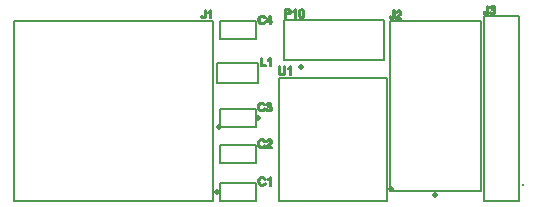
<source format=gto>
%FSLAX33Y33*%
%MOMM*%
%ADD10C,0.15*%
%ADD11C,0.2032*%
%ADD12C,0.5*%
%ADD13C,0.25*%
%ADD14C,0.5*%
%ADD15C,0.5*%
%ADD16C,0.5*%
D10*
%LNtop silkscreen_traces*%
%LNtop silkscreen component d42eb884927d70f7*%
G01*
X14206Y14427D02*
X14206Y17817D01*
X14206Y14427D02*
X22676Y14427D01*
X22676Y17817*
X14206Y17817*
D11*
X14343Y18276D02*
X14343Y18276D01*
X14343Y18277*
X14527Y18277*
X14597Y18280*
X14655Y18292*
X14702Y18312*
X14736Y18340*
X14762Y18373*
X14780Y18410*
X14791Y18450*
X14794Y18494*
X14793Y18520*
X14789Y18545*
X14782Y18569*
X14773Y18591*
X14761Y18612*
X14747Y18631*
X14732Y18647*
X14715Y18660*
X14697Y18671*
X14676Y18681*
X14652Y18688*
X14627Y18693*
X14606Y18696*
X14581Y18699*
X14552Y18700*
X14518Y18700*
X14249Y18700*
X14249Y17986*
X14343Y17986*
X14343Y18276*
X14343Y18360D02*
X14343Y18360D01*
X14528Y18360*
X14571Y18363*
X14607Y18369*
X14636Y18380*
X14659Y18395*
X14675Y18413*
X14688Y18436*
X14695Y18462*
X14697Y18491*
X14696Y18513*
X14691Y18533*
X14684Y18551*
X14674Y18568*
X14662Y18582*
X14648Y18594*
X14632Y18604*
X14615Y18610*
X14600Y18613*
X14581Y18615*
X14556Y18616*
X14526Y18616*
X14343Y18616*
X14343Y18360*
X15210Y18703D02*
X15210Y18703D01*
X15154Y18703*
X15141Y18680*
X15141Y18680*
X15124Y18656*
X15124Y18656*
X15102Y18632*
X15102Y18632*
X15076Y18608*
X15076Y18608*
X15048Y18584*
X15048Y18584*
X15017Y18562*
X15017Y18562*
X14983Y18542*
X14983Y18542*
X14948Y18524*
X14948Y18440*
X14968Y18448*
X14991Y18458*
X15014Y18471*
X15039Y18485*
X15064Y18500*
X15086Y18515*
X15106Y18530*
X15123Y18546*
X15123Y18545*
X15123Y17986*
X15210Y17986*
X15210Y18703*
X15707Y17976D02*
X15707Y17976D01*
X15741Y17984*
X15772Y17997*
X15799Y18015*
X15823Y18039*
X15844Y18066*
X15862Y18098*
X15876Y18135*
X15888Y18176*
X15896Y18224*
X15901Y18278*
X15902Y18338*
X15901Y18388*
X15898Y18433*
X15893Y18473*
X15886Y18507*
X15877Y18537*
X15867Y18565*
X15855Y18590*
X15842Y18613*
X15827Y18634*
X15810Y18652*
X15791Y18667*
X15770Y18680*
X15748Y18690*
X15723Y18697*
X15697Y18702*
X15669Y18703*
X15632Y18701*
X15598Y18693*
X15567Y18680*
X15540Y18661*
X15516Y18638*
X15495Y18611*
X15477Y18579*
X15463Y18542*
X15451Y18500*
X15443Y18453*
X15438Y18398*
X15436Y18338*
X15441Y18244*
X15454Y18165*
X15476Y18099*
X15507Y18047*
X15539Y18015*
X15577Y17992*
X15620Y17978*
X15669Y17973*
X15707Y17976*
X15526Y18338D02*
X15526Y18338D01*
X15529Y18257*
X15537Y18191*
X15549Y18140*
X15568Y18103*
X15589Y18078*
X15614Y18060*
X15640Y18049*
X15669Y18045*
X15698Y18049*
X15725Y18060*
X15749Y18078*
X15771Y18104*
X15789Y18140*
X15802Y18192*
X15810Y18257*
X15812Y18338*
X15810Y18419*
X15802Y18485*
X15789Y18536*
X15771Y18573*
X15749Y18598*
X15725Y18616*
X15698Y18627*
X15668Y18631*
X15640Y18628*
X15614Y18618*
X15591Y18602*
X15572Y18580*
X15552Y18540*
X15538Y18487*
X15529Y18419*
X15526Y18338*
D12*
X15651Y13852D03*
%LNtop silkscreen component 88a1b529ef9425af*%
D10*
X34051Y18121D02*
X34051Y2479D01*
X31149Y2479*
X31149Y18121*
X34051Y18121*
D11*
X31326Y18289D02*
X31326Y18289D01*
X31354Y18294*
X31381Y18302*
X31405Y18314*
X31427Y18328*
X31446Y18345*
X31462Y18365*
X31474Y18389*
X31483Y18416*
X31490Y18448*
X31494Y18485*
X31496Y18528*
X31496Y19015*
X31402Y19015*
X31402Y18522*
X31402Y18522*
X31401Y18493*
X31401Y18493*
X31400Y18469*
X31399Y18469*
X31396Y18449*
X31396Y18449*
X31392Y18432*
X31392Y18432*
X31386Y18419*
X31386Y18419*
X31378Y18407*
X31378Y18407*
X31368Y18397*
X31368Y18397*
X31356Y18388*
X31356Y18388*
X31343Y18381*
X31343Y18381*
X31328Y18375*
X31328Y18375*
X31312Y18372*
X31312Y18372*
X31295Y18371*
X31294Y18371*
X31272Y18373*
X31272Y18373*
X31251Y18379*
X31251Y18379*
X31234Y18388*
X31233Y18388*
X31218Y18402*
X31218Y18402*
X31206Y18420*
X31206Y18420*
X31197Y18445*
X31197Y18445*
X31191Y18476*
X31191Y18477*
X31188Y18514*
X31103Y18502*
X31105Y18453*
X31114Y18409*
X31129Y18372*
X31151Y18342*
X31179Y18318*
X31212Y18301*
X31251Y18291*
X31295Y18288*
X31326Y18289*
X31893Y18291D02*
X31893Y18291D01*
X31939Y18304*
X31980Y18324*
X32016Y18352*
X32046Y18387*
X32067Y18425*
X32080Y18466*
X32084Y18511*
X32082Y18544*
X32075Y18574*
X32064Y18602*
X32049Y18626*
X32030Y18647*
X32007Y18664*
X31981Y18677*
X31950Y18687*
X31950Y18687*
X31973Y18700*
X31993Y18714*
X32010Y18730*
X32024Y18748*
X32035Y18768*
X32043Y18788*
X32047Y18810*
X32049Y18832*
X32047Y18856*
X32042Y18880*
X32034Y18902*
X32023Y18924*
X32008Y18945*
X31991Y18963*
X31971Y18979*
X31948Y18993*
X31922Y19004*
X31896Y19011*
X31869Y19016*
X31840Y19018*
X31799Y19015*
X31762Y19006*
X31728Y18990*
X31698Y18969*
X31672Y18943*
X31651Y18911*
X31636Y18874*
X31625Y18833*
X31712Y18818*
X31718Y18847*
X31718Y18847*
X31728Y18874*
X31728Y18874*
X31740Y18896*
X31740Y18896*
X31756Y18914*
X31756Y18914*
X31774Y18928*
X31774Y18928*
X31795Y18938*
X31795Y18938*
X31817Y18944*
X31817Y18944*
X31842Y18947*
X31842Y18947*
X31867Y18945*
X31867Y18945*
X31889Y18939*
X31889Y18939*
X31909Y18929*
X31909Y18929*
X31927Y18915*
X31927Y18915*
X31941Y18898*
X31941Y18898*
X31951Y18879*
X31951Y18879*
X31958Y18857*
X31958Y18857*
X31960Y18834*
X31960Y18834*
X31957Y18806*
X31957Y18806*
X31948Y18781*
X31948Y18781*
X31934Y18760*
X31934Y18760*
X31914Y18743*
X31914Y18743*
X31891Y18731*
X31891Y18731*
X31867Y18721*
X31867Y18721*
X31841Y18716*
X31841Y18716*
X31813Y18714*
X31813Y18714*
X31810Y18714*
X31810Y18714*
X31807Y18714*
X31807Y18714*
X31803Y18715*
X31803Y18715*
X31799Y18715*
X31790Y18639*
X31807Y18643*
X31807Y18643*
X31823Y18646*
X31823Y18646*
X31838Y18648*
X31838Y18648*
X31851Y18649*
X31851Y18649*
X31880Y18646*
X31880Y18646*
X31907Y18639*
X31907Y18639*
X31931Y18626*
X31931Y18626*
X31952Y18609*
X31952Y18609*
X31969Y18588*
X31970Y18588*
X31982Y18564*
X31982Y18564*
X31989Y18538*
X31989Y18538*
X31992Y18509*
X31992Y18509*
X31989Y18478*
X31989Y18478*
X31981Y18450*
X31981Y18450*
X31968Y18425*
X31968Y18425*
X31949Y18402*
X31949Y18402*
X31926Y18383*
X31926Y18383*
X31901Y18370*
X31901Y18370*
X31874Y18362*
X31874Y18362*
X31844Y18359*
X31844Y18359*
X31819Y18361*
X31819Y18361*
X31795Y18367*
X31795Y18367*
X31774Y18378*
X31774Y18378*
X31755Y18392*
X31755Y18392*
X31738Y18411*
X31738Y18411*
X31724Y18436*
X31724Y18436*
X31712Y18465*
X31712Y18465*
X31703Y18500*
X31616Y18488*
X31624Y18446*
X31638Y18408*
X31659Y18373*
X31687Y18343*
X31720Y18319*
X31757Y18301*
X31798Y18291*
X31843Y18287*
X31893Y18291*
D13*
X34400Y3800D03*
%LNtop silkscreen component da4715df17963b43*%
D10*
X8475Y12422D02*
X8475Y14142D01*
X11955Y14142*
X11955Y12422*
X8475Y12422*
D11*
X12655Y13984D02*
X12655Y13984D01*
X12303Y13984*
X12303Y13984*
X12303Y14615*
X12209Y14615*
X12209Y13901*
X12655Y13901*
X12655Y13984*
X13064Y14618D02*
X13064Y14618D01*
X13008Y14618*
X12994Y14595*
X12994Y14595*
X12977Y14571*
X12977Y14571*
X12955Y14547*
X12955Y14547*
X12930Y14523*
X12930Y14523*
X12901Y14499*
X12901Y14499*
X12870Y14477*
X12870Y14477*
X12836Y14457*
X12836Y14457*
X12801Y14439*
X12801Y14355*
X12821Y14363*
X12844Y14373*
X12868Y14386*
X12893Y14400*
X12917Y14415*
X12939Y14430*
X12959Y14445*
X12976Y14461*
X12977Y14460*
X12977Y13901*
X13064Y13901*
X13064Y14618*
%LNtop silkscreen component be73e84ce829f6fc*%
D10*
X-8700Y17745D02*
X8200Y17745D01*
X8200Y2455*
X-8700Y2455*
X-8700Y17745*
D11*
X7407Y17940D02*
X7407Y17940D01*
X7435Y17945*
X7462Y17953*
X7487Y17964*
X7508Y17978*
X7527Y17996*
X7543Y18016*
X7555Y18039*
X7565Y18066*
X7571Y18098*
X7575Y18136*
X7577Y18178*
X7577Y18665*
X7483Y18665*
X7483Y18173*
X7483Y18173*
X7483Y18144*
X7483Y18144*
X7481Y18119*
X7481Y18119*
X7478Y18099*
X7478Y18099*
X7473Y18083*
X7473Y18083*
X7467Y18070*
X7467Y18069*
X7459Y18058*
X7459Y18058*
X7450Y18047*
X7449Y18047*
X7438Y18038*
X7437Y18038*
X7424Y18031*
X7424Y18031*
X7409Y18026*
X7409Y18026*
X7393Y18023*
X7393Y18023*
X7376Y18022*
X7376Y18022*
X7353Y18024*
X7353Y18024*
X7332Y18029*
X7332Y18029*
X7315Y18039*
X7315Y18039*
X7300Y18052*
X7300Y18052*
X7287Y18071*
X7287Y18071*
X7278Y18096*
X7278Y18096*
X7272Y18127*
X7272Y18127*
X7269Y18164*
X7184Y18153*
X7187Y18103*
X7195Y18060*
X7211Y18023*
X7232Y17992*
X7260Y17969*
X7293Y17952*
X7332Y17942*
X7376Y17938*
X7407Y17940*
X8027Y18668D02*
X8027Y18668D01*
X7971Y18668*
X7958Y18645*
X7958Y18645*
X7940Y18621*
X7940Y18621*
X7919Y18597*
X7919Y18597*
X7893Y18573*
X7893Y18573*
X7864Y18549*
X7864Y18549*
X7833Y18527*
X7833Y18527*
X7800Y18507*
X7800Y18507*
X7764Y18489*
X7764Y18405*
X7785Y18413*
X7807Y18423*
X7831Y18436*
X7856Y18450*
X7881Y18465*
X7903Y18480*
X7922Y18495*
X7940Y18511*
X7940Y18510*
X7940Y17951*
X8027Y17951*
X8027Y18668*
D14*
X8700Y8720D03*
%LNtop silkscreen component c67acca82e982272*%
D10*
X11775Y10260D02*
X11775Y8760D01*
X8754Y8760*
X8754Y10260*
X11775Y10260*
D11*
X12365Y10067D02*
X12365Y10067D01*
X12415Y10079*
X12460Y10098*
X12501Y10124*
X12536Y10159*
X12566Y10199*
X12590Y10247*
X12607Y10302*
X12514Y10325*
X12502Y10283*
X12502Y10283*
X12485Y10247*
X12485Y10246*
X12464Y10215*
X12464Y10215*
X12439Y10189*
X12439Y10189*
X12410Y10169*
X12410Y10169*
X12378Y10155*
X12378Y10155*
X12342Y10146*
X12342Y10146*
X12304Y10143*
X12304Y10143*
X12272Y10145*
X12272Y10145*
X12241Y10152*
X12241Y10152*
X12211Y10162*
X12211Y10162*
X12182Y10177*
X12182Y10177*
X12156Y10196*
X12156Y10196*
X12133Y10219*
X12133Y10220*
X12114Y10247*
X12114Y10247*
X12099Y10279*
X12099Y10279*
X12087Y10315*
X12087Y10315*
X12079Y10353*
X12079Y10353*
X12074Y10395*
X12074Y10395*
X12072Y10439*
X12072Y10439*
X12074Y10474*
X12074Y10474*
X12078Y10509*
X12078Y10509*
X12085Y10543*
X12085Y10543*
X12095Y10576*
X12095Y10576*
X12108Y10608*
X12108Y10608*
X12126Y10636*
X12126Y10636*
X12147Y10661*
X12147Y10661*
X12173Y10683*
X12173Y10683*
X12202Y10700*
X12202Y10700*
X12235Y10713*
X12235Y10713*
X12272Y10720*
X12272Y10720*
X12311Y10722*
X12311Y10722*
X12346Y10720*
X12346Y10720*
X12377Y10714*
X12377Y10714*
X12405Y10702*
X12405Y10702*
X12431Y10687*
X12431Y10687*
X12453Y10666*
X12453Y10666*
X12473Y10640*
X12473Y10640*
X12489Y10609*
X12489Y10609*
X12503Y10573*
X12595Y10595*
X12578Y10641*
X12556Y10682*
X12527Y10718*
X12494Y10748*
X12455Y10772*
X12412Y10789*
X12365Y10799*
X12313Y10803*
X12267Y10800*
X12223Y10792*
X12180Y10778*
X12140Y10759*
X12103Y10735*
X12070Y10706*
X12042Y10672*
X12018Y10633*
X12000Y10590*
X11986Y10543*
X11978Y10492*
X11976Y10438*
X11978Y10388*
X11985Y10339*
X11997Y10292*
X12014Y10247*
X12035Y10205*
X12060Y10168*
X12090Y10136*
X12124Y10110*
X12163Y10090*
X12207Y10075*
X12257Y10066*
X12312Y10063*
X12365Y10067*
X12967Y10067D02*
X12967Y10067D01*
X13012Y10079*
X13053Y10099*
X13090Y10128*
X13120Y10162*
X13141Y10200*
X13154Y10241*
X13158Y10286*
X13156Y10320*
X13149Y10350*
X13138Y10377*
X13123Y10402*
X13104Y10423*
X13081Y10440*
X13054Y10453*
X13024Y10462*
X13024Y10463*
X13047Y10475*
X13067Y10489*
X13084Y10506*
X13098Y10524*
X13109Y10543*
X13117Y10564*
X13121Y10585*
X13123Y10608*
X13121Y10632*
X13116Y10655*
X13108Y10678*
X13097Y10700*
X13082Y10720*
X13065Y10739*
X13045Y10754*
X13021Y10768*
X12996Y10779*
X12970Y10787*
X12942Y10792*
X12914Y10793*
X12873Y10790*
X12836Y10781*
X12802Y10766*
X12772Y10745*
X12746Y10718*
X12725Y10686*
X12710Y10650*
X12699Y10609*
X12786Y10593*
X12792Y10623*
X12792Y10623*
X12802Y10649*
X12802Y10649*
X12814Y10671*
X12814Y10671*
X12830Y10690*
X12830Y10690*
X12848Y10704*
X12848Y10704*
X12869Y10714*
X12869Y10714*
X12891Y10720*
X12891Y10720*
X12916Y10722*
X12916Y10722*
X12940Y10720*
X12941Y10720*
X12963Y10714*
X12963Y10714*
X12983Y10704*
X12983Y10704*
X13001Y10690*
X13001Y10690*
X13015Y10673*
X13015Y10673*
X13025Y10654*
X13025Y10654*
X13031Y10633*
X13031Y10633*
X13033Y10610*
X13033Y10610*
X13031Y10581*
X13031Y10581*
X13022Y10556*
X13022Y10556*
X13008Y10536*
X13008Y10536*
X12988Y10519*
X12988Y10519*
X12965Y10506*
X12965Y10506*
X12940Y10497*
X12940Y10497*
X12914Y10491*
X12914Y10491*
X12887Y10490*
X12887Y10490*
X12884Y10490*
X12884Y10490*
X12881Y10490*
X12881Y10490*
X12877Y10490*
X12877Y10490*
X12873Y10490*
X12864Y10415*
X12881Y10419*
X12881Y10419*
X12897Y10422*
X12897Y10422*
X12912Y10424*
X12912Y10424*
X12925Y10424*
X12925Y10424*
X12954Y10422*
X12954Y10422*
X12981Y10414*
X12981Y10414*
X13005Y10402*
X13005Y10402*
X13026Y10385*
X13026Y10385*
X13043Y10364*
X13043Y10364*
X13056Y10340*
X13056Y10340*
X13063Y10314*
X13063Y10313*
X13066Y10284*
X13066Y10284*
X13063Y10254*
X13063Y10254*
X13055Y10226*
X13055Y10226*
X13042Y10201*
X13042Y10200*
X13023Y10178*
X13023Y10178*
X13000Y10159*
X13000Y10159*
X12975Y10145*
X12975Y10145*
X12948Y10137*
X12948Y10137*
X12918Y10135*
X12918Y10135*
X12892Y10137*
X12892Y10137*
X12869Y10143*
X12869Y10143*
X12848Y10153*
X12848Y10153*
X12829Y10168*
X12829Y10168*
X12812Y10187*
X12812Y10187*
X12798Y10211*
X12798Y10211*
X12786Y10241*
X12786Y10241*
X12777Y10275*
X12690Y10264*
X12698Y10221*
X12712Y10183*
X12733Y10149*
X12761Y10119*
X12794Y10094*
X12831Y10077*
X12872Y10066*
X12917Y10063*
X12967Y10067*
D15*
X12025Y9510D03*
%LNtop silkscreen component 37d77bcb1c3adade*%
D10*
X8754Y2475D02*
X8754Y3975D01*
X11775Y3975*
X11775Y2475*
X8754Y2475*
D11*
X12401Y3767D02*
X12401Y3767D01*
X12450Y3779*
X12495Y3798*
X12536Y3824*
X12572Y3859*
X12601Y3899*
X12625Y3947*
X12643Y4002*
X12549Y4025*
X12537Y3983*
X12537Y3983*
X12521Y3947*
X12521Y3946*
X12500Y3915*
X12500Y3915*
X12474Y3889*
X12474Y3889*
X12445Y3869*
X12445Y3869*
X12413Y3855*
X12413Y3855*
X12378Y3846*
X12378Y3846*
X12339Y3843*
X12339Y3843*
X12307Y3845*
X12307Y3845*
X12276Y3852*
X12276Y3852*
X12246Y3862*
X12246Y3862*
X12217Y3877*
X12217Y3877*
X12191Y3896*
X12191Y3896*
X12169Y3919*
X12168Y3920*
X12150Y3947*
X12150Y3947*
X12134Y3979*
X12134Y3979*
X12123Y4015*
X12123Y4015*
X12114Y4053*
X12114Y4053*
X12109Y4095*
X12109Y4095*
X12108Y4139*
X12108Y4139*
X12109Y4174*
X12109Y4174*
X12113Y4209*
X12113Y4209*
X12120Y4243*
X12120Y4243*
X12130Y4276*
X12130Y4276*
X12144Y4308*
X12144Y4308*
X12161Y4336*
X12161Y4336*
X12183Y4361*
X12183Y4361*
X12208Y4383*
X12208Y4383*
X12238Y4400*
X12238Y4400*
X12271Y4413*
X12271Y4413*
X12307Y4420*
X12307Y4420*
X12347Y4422*
X12347Y4422*
X12381Y4420*
X12381Y4420*
X12412Y4414*
X12412Y4414*
X12441Y4402*
X12441Y4402*
X12466Y4387*
X12466Y4387*
X12488Y4366*
X12488Y4366*
X12508Y4340*
X12508Y4340*
X12525Y4309*
X12525Y4309*
X12538Y4273*
X12631Y4295*
X12614Y4341*
X12591Y4382*
X12563Y4418*
X12529Y4448*
X12490Y4472*
X12447Y4489*
X12400Y4499*
X12349Y4503*
X12302Y4500*
X12258Y4492*
X12216Y4478*
X12175Y4459*
X12138Y4435*
X12105Y4406*
X12077Y4372*
X12054Y4333*
X12035Y4290*
X12022Y4243*
X12014Y4192*
X12011Y4138*
X12014Y4088*
X12021Y4039*
X12032Y3992*
X12049Y3947*
X12070Y3905*
X12095Y3868*
X12125Y3836*
X12159Y3810*
X12198Y3790*
X12242Y3775*
X12292Y3766*
X12347Y3763*
X12401Y3767*
X13055Y4493D02*
X13055Y4493D01*
X12999Y4493*
X12986Y4470*
X12986Y4470*
X12968Y4446*
X12968Y4446*
X12947Y4422*
X12947Y4422*
X12921Y4398*
X12921Y4398*
X12892Y4374*
X12892Y4374*
X12861Y4352*
X12861Y4352*
X12828Y4332*
X12828Y4332*
X12792Y4314*
X12792Y4230*
X12813Y4238*
X12835Y4248*
X12859Y4261*
X12884Y4275*
X12909Y4290*
X12931Y4305*
X12950Y4320*
X12968Y4336*
X12968Y4335*
X12968Y3776*
X13055Y3776*
X13055Y4493*
D16*
X8504Y3225D03*
%LNtop silkscreen component a382895390425a59*%
D10*
X11775Y7225D02*
X11775Y5725D01*
X8754Y5725*
X8754Y7225*
X11775Y7225*
D11*
X12365Y6967D02*
X12365Y6967D01*
X12415Y6979*
X12460Y6998*
X12501Y7024*
X12536Y7059*
X12566Y7099*
X12590Y7147*
X12607Y7202*
X12514Y7225*
X12502Y7183*
X12502Y7183*
X12485Y7147*
X12485Y7146*
X12464Y7115*
X12464Y7115*
X12439Y7089*
X12439Y7089*
X12410Y7069*
X12410Y7069*
X12378Y7055*
X12378Y7055*
X12342Y7046*
X12342Y7046*
X12304Y7043*
X12304Y7043*
X12272Y7045*
X12272Y7045*
X12241Y7052*
X12241Y7052*
X12211Y7062*
X12211Y7062*
X12182Y7077*
X12182Y7077*
X12156Y7096*
X12156Y7096*
X12133Y7119*
X12133Y7120*
X12114Y7147*
X12114Y7147*
X12099Y7179*
X12099Y7179*
X12087Y7215*
X12087Y7215*
X12079Y7253*
X12079Y7253*
X12074Y7295*
X12074Y7295*
X12072Y7339*
X12072Y7339*
X12074Y7374*
X12074Y7374*
X12078Y7409*
X12078Y7409*
X12085Y7443*
X12085Y7443*
X12095Y7476*
X12095Y7476*
X12108Y7508*
X12108Y7508*
X12126Y7536*
X12126Y7536*
X12147Y7561*
X12147Y7561*
X12173Y7583*
X12173Y7583*
X12202Y7600*
X12202Y7600*
X12235Y7613*
X12235Y7613*
X12272Y7620*
X12272Y7620*
X12311Y7622*
X12311Y7622*
X12346Y7620*
X12346Y7620*
X12377Y7614*
X12377Y7614*
X12405Y7602*
X12405Y7602*
X12431Y7587*
X12431Y7587*
X12453Y7566*
X12453Y7566*
X12473Y7540*
X12473Y7540*
X12489Y7509*
X12489Y7509*
X12503Y7473*
X12595Y7495*
X12578Y7541*
X12556Y7582*
X12527Y7618*
X12494Y7648*
X12455Y7672*
X12412Y7689*
X12365Y7699*
X12313Y7703*
X12267Y7700*
X12223Y7692*
X12180Y7678*
X12140Y7659*
X12103Y7635*
X12070Y7606*
X12042Y7572*
X12018Y7533*
X12000Y7490*
X11986Y7443*
X11978Y7392*
X11976Y7338*
X11978Y7288*
X11985Y7239*
X11997Y7192*
X12014Y7147*
X12035Y7105*
X12060Y7068*
X12090Y7036*
X12124Y7010*
X12163Y6990*
X12207Y6975*
X12257Y6966*
X12312Y6963*
X12365Y6967*
X13151Y7059D02*
X13151Y7059D01*
X12800Y7059*
X12799Y7059*
X12807Y7072*
X12807Y7072*
X12816Y7084*
X12816Y7084*
X12826Y7096*
X12826Y7096*
X12837Y7107*
X12837Y7107*
X12852Y7122*
X12852Y7122*
X12873Y7142*
X12873Y7142*
X12902Y7167*
X12902Y7167*
X12938Y7198*
X12982Y7235*
X13020Y7269*
X13050Y7298*
X13074Y7323*
X13093Y7346*
X13109Y7368*
X13122Y7390*
X13132Y7411*
X13140Y7432*
X13145Y7453*
X13148Y7474*
X13150Y7495*
X13146Y7535*
X13135Y7572*
X13116Y7606*
X13090Y7636*
X13057Y7661*
X13019Y7679*
X12976Y7690*
X12927Y7693*
X12879Y7690*
X12835Y7680*
X12797Y7664*
X12765Y7640*
X12738Y7611*
X12717Y7576*
X12703Y7534*
X12695Y7487*
X12784Y7478*
X12787Y7509*
X12787Y7509*
X12794Y7538*
X12794Y7538*
X12806Y7562*
X12806Y7562*
X12823Y7583*
X12823Y7583*
X12844Y7600*
X12844Y7600*
X12868Y7612*
X12868Y7612*
X12895Y7619*
X12895Y7619*
X12925Y7622*
X12925Y7622*
X12954Y7619*
X12954Y7619*
X12980Y7613*
X12980Y7612*
X13003Y7601*
X13003Y7601*
X13023Y7585*
X13023Y7585*
X13039Y7566*
X13039Y7566*
X13051Y7545*
X13051Y7545*
X13058Y7522*
X13058Y7522*
X13060Y7497*
X13060Y7497*
X13058Y7472*
X13058Y7472*
X13050Y7445*
X13050Y7445*
X13037Y7419*
X13037Y7419*
X13019Y7391*
X13019Y7391*
X12994Y7360*
X12994Y7360*
X12959Y7325*
X12959Y7325*
X12915Y7285*
X12915Y7285*
X12861Y7239*
X12861Y7239*
X12826Y7209*
X12795Y7181*
X12769Y7155*
X12746Y7131*
X12728Y7107*
X12712Y7084*
X12699Y7060*
X12689Y7036*
X12684Y7021*
X12681Y7006*
X12679Y6991*
X12678Y6976*
X13151Y6976*
X13151Y7059*
%LNtop silkscreen component a2960183214ca6c9*%
X23377Y17882D02*
X23377Y17882D01*
X23405Y17887*
X23432Y17895*
X23457Y17906*
X23478Y17921*
X23497Y17938*
X23513Y17958*
X23525Y17981*
X23535Y18009*
X23541Y18041*
X23545Y18078*
X23547Y18120*
X23547Y18608*
X23453Y18608*
X23453Y18115*
X23453Y18115*
X23453Y18086*
X23453Y18086*
X23451Y18062*
X23451Y18062*
X23448Y18041*
X23448Y18041*
X23443Y18025*
X23443Y18025*
X23437Y18012*
X23437Y18012*
X23429Y18000*
X23429Y18000*
X23420Y17989*
X23419Y17989*
X23408Y17981*
X23407Y17981*
X23394Y17973*
X23394Y17973*
X23379Y17968*
X23379Y17968*
X23363Y17965*
X23363Y17965*
X23346Y17964*
X23346Y17964*
X23323Y17966*
X23323Y17966*
X23302Y17972*
X23302Y17972*
X23285Y17981*
X23285Y17981*
X23270Y17995*
X23270Y17995*
X23257Y18013*
X23257Y18013*
X23248Y18038*
X23248Y18038*
X23242Y18069*
X23242Y18069*
X23239Y18107*
X23154Y18095*
X23157Y18045*
X23165Y18002*
X23181Y17965*
X23202Y17935*
X23230Y17911*
X23263Y17894*
X23302Y17884*
X23346Y17881*
X23377Y17882*
X24128Y17976D02*
X24128Y17976D01*
X23777Y17976*
X23777Y17977*
X23785Y17989*
X23785Y17989*
X23794Y18001*
X23794Y18001*
X23803Y18013*
X23803Y18013*
X23814Y18025*
X23814Y18025*
X23829Y18039*
X23829Y18039*
X23851Y18059*
X23851Y18059*
X23880Y18084*
X23880Y18084*
X23916Y18115*
X23960Y18153*
X23997Y18186*
X24027Y18216*
X24051Y18241*
X24070Y18263*
X24086Y18286*
X24099Y18307*
X24109Y18328*
X24117Y18349*
X24123Y18370*
X24126Y18391*
X24127Y18412*
X24123Y18453*
X24112Y18490*
X24093Y18523*
X24067Y18554*
X24034Y18579*
X23996Y18596*
X23953Y18607*
X23904Y18611*
X23856Y18607*
X23813Y18597*
X23775Y18581*
X23742Y18558*
X23715Y18528*
X23694Y18493*
X23680Y18451*
X23672Y18404*
X23762Y18395*
X23764Y18427*
X23764Y18427*
X23772Y18455*
X23772Y18455*
X23784Y18480*
X23784Y18480*
X23800Y18501*
X23800Y18501*
X23821Y18517*
X23821Y18517*
X23845Y18529*
X23845Y18529*
X23872Y18536*
X23872Y18536*
X23902Y18539*
X23902Y18539*
X23931Y18537*
X23931Y18537*
X23957Y18530*
X23957Y18530*
X23980Y18519*
X23980Y18519*
X24000Y18503*
X24000Y18503*
X24017Y18484*
X24017Y18484*
X24028Y18463*
X24028Y18463*
X24035Y18440*
X24035Y18439*
X24038Y18414*
X24038Y18414*
X24035Y18389*
X24035Y18389*
X24027Y18363*
X24027Y18363*
X24015Y18336*
X24015Y18336*
X23997Y18308*
X23997Y18308*
X23971Y18278*
X23971Y18278*
X23937Y18242*
X23937Y18242*
X23892Y18202*
X23892Y18202*
X23839Y18157*
X23839Y18157*
X23803Y18127*
X23772Y18099*
X23746Y18073*
X23724Y18048*
X23705Y18025*
X23689Y18001*
X23676Y17977*
X23666Y17953*
X23661Y17938*
X23658Y17923*
X23656Y17908*
X23656Y17893*
X24128Y17893*
X24128Y17976*
D10*
X30870Y3285D02*
X23180Y3285D01*
X23180Y17685*
X30870Y17685*
X30870Y3285*
D12*
X26950Y2935D03*
%LNtop silkscreen component 16f672dc61fb389c*%
D10*
X22877Y12925D02*
X22877Y2475D01*
X13723Y2475*
X13723Y12925*
X22877Y12925*
D11*
X14070Y13144D02*
X14070Y13144D01*
X14115Y13152*
X14154Y13164*
X14188Y13181*
X14217Y13203*
X14242Y13227*
X14261Y13254*
X14276Y13284*
X14287Y13319*
X14294Y13359*
X14299Y13404*
X14300Y13456*
X14300Y13869*
X14207Y13869*
X14207Y13456*
X14207Y13456*
X14204Y13394*
X14204Y13394*
X14196Y13343*
X14196Y13343*
X14182Y13303*
X14182Y13303*
X14162Y13274*
X14162Y13274*
X14136Y13253*
X14136Y13253*
X14102Y13238*
X14102Y13238*
X14061Y13229*
X14061Y13229*
X14013Y13226*
X14013Y13226*
X13983Y13228*
X13983Y13228*
X13956Y13232*
X13956Y13232*
X13932Y13240*
X13932Y13240*
X13909Y13250*
X13909Y13250*
X13890Y13263*
X13890Y13263*
X13873Y13279*
X13873Y13279*
X13860Y13297*
X13860Y13298*
X13849Y13318*
X13849Y13318*
X13842Y13344*
X13842Y13344*
X13836Y13375*
X13836Y13375*
X13833Y13412*
X13833Y13412*
X13832Y13456*
X13832Y13456*
X13832Y13869*
X13738Y13869*
X13738Y13456*
X13740Y13402*
X13745Y13354*
X13754Y13312*
X13766Y13276*
X13782Y13245*
X13802Y13219*
X13827Y13195*
X13857Y13176*
X13891Y13161*
X13930Y13150*
X13973Y13144*
X14021Y13142*
X14070Y13144*
X14754Y13872D02*
X14754Y13872D01*
X14698Y13872*
X14684Y13848*
X14684Y13848*
X14667Y13825*
X14667Y13825*
X14645Y13800*
X14645Y13800*
X14620Y13776*
X14620Y13776*
X14591Y13752*
X14591Y13752*
X14560Y13730*
X14560Y13730*
X14526Y13710*
X14526Y13710*
X14491Y13692*
X14491Y13608*
X14511Y13616*
X14534Y13627*
X14558Y13639*
X14583Y13653*
X14607Y13668*
X14629Y13684*
X14649Y13699*
X14666Y13714*
X14667Y13714*
X14667Y13154*
X14754Y13154*
X14754Y13872*
D15*
X23250Y3475D03*
%LNtop silkscreen component 28ac0c2b65682105*%
D10*
X11803Y17700D02*
X11803Y16200D01*
X8783Y16200*
X8783Y17700*
X11803Y17700*
D11*
X12401Y17435D02*
X12401Y17435D01*
X12450Y17447*
X12495Y17466*
X12536Y17492*
X12572Y17526*
X12601Y17567*
X12625Y17615*
X12643Y17670*
X12549Y17693*
X12537Y17651*
X12537Y17651*
X12521Y17614*
X12521Y17614*
X12500Y17583*
X12500Y17583*
X12474Y17557*
X12474Y17557*
X12445Y17537*
X12445Y17537*
X12413Y17523*
X12413Y17523*
X12378Y17514*
X12378Y17514*
X12339Y17511*
X12339Y17511*
X12307Y17513*
X12307Y17513*
X12276Y17520*
X12276Y17520*
X12246Y17530*
X12246Y17530*
X12217Y17545*
X12217Y17545*
X12191Y17564*
X12191Y17564*
X12169Y17587*
X12168Y17587*
X12150Y17615*
X12150Y17615*
X12134Y17647*
X12134Y17647*
X12123Y17683*
X12123Y17683*
X12114Y17721*
X12114Y17721*
X12109Y17762*
X12109Y17762*
X12108Y17807*
X12108Y17807*
X12109Y17842*
X12109Y17842*
X12113Y17877*
X12113Y17877*
X12120Y17911*
X12120Y17911*
X12130Y17944*
X12130Y17944*
X12144Y17976*
X12144Y17976*
X12161Y18004*
X12161Y18004*
X12183Y18029*
X12183Y18029*
X12208Y18051*
X12208Y18051*
X12238Y18068*
X12238Y18068*
X12271Y18081*
X12271Y18081*
X12307Y18088*
X12307Y18088*
X12347Y18090*
X12347Y18090*
X12381Y18088*
X12381Y18088*
X12412Y18082*
X12412Y18081*
X12441Y18070*
X12441Y18070*
X12466Y18055*
X12466Y18055*
X12488Y18034*
X12488Y18034*
X12508Y18008*
X12508Y18008*
X12525Y17977*
X12525Y17977*
X12538Y17941*
X12631Y17963*
X12614Y18009*
X12591Y18050*
X12563Y18086*
X12529Y18116*
X12490Y18140*
X12447Y18157*
X12400Y18167*
X12349Y18170*
X12302Y18168*
X12258Y18160*
X12216Y18146*
X12175Y18127*
X12138Y18103*
X12105Y18074*
X12077Y18040*
X12054Y18001*
X12035Y17958*
X12022Y17911*
X12014Y17860*
X12011Y17806*
X12014Y17756*
X12021Y17707*
X12032Y17660*
X12049Y17615*
X12070Y17573*
X12095Y17536*
X12125Y17504*
X12159Y17478*
X12198Y17458*
X12242Y17443*
X12292Y17434*
X12347Y17431*
X12401Y17435*
X13094Y17615D02*
X13094Y17615D01*
X13094Y17615*
X13190Y17615*
X13190Y17694*
X13094Y17694*
X13094Y17695*
X13094Y18158*
X13023Y18158*
X12696Y17695*
X12696Y17615*
X13006Y17615*
X13007Y17615*
X13007Y17443*
X13094Y17443*
X13094Y17615*
X13006Y18016D02*
X13006Y18016D01*
X12783Y17695*
X13006Y17695*
X13006Y18016*
M02*
</source>
